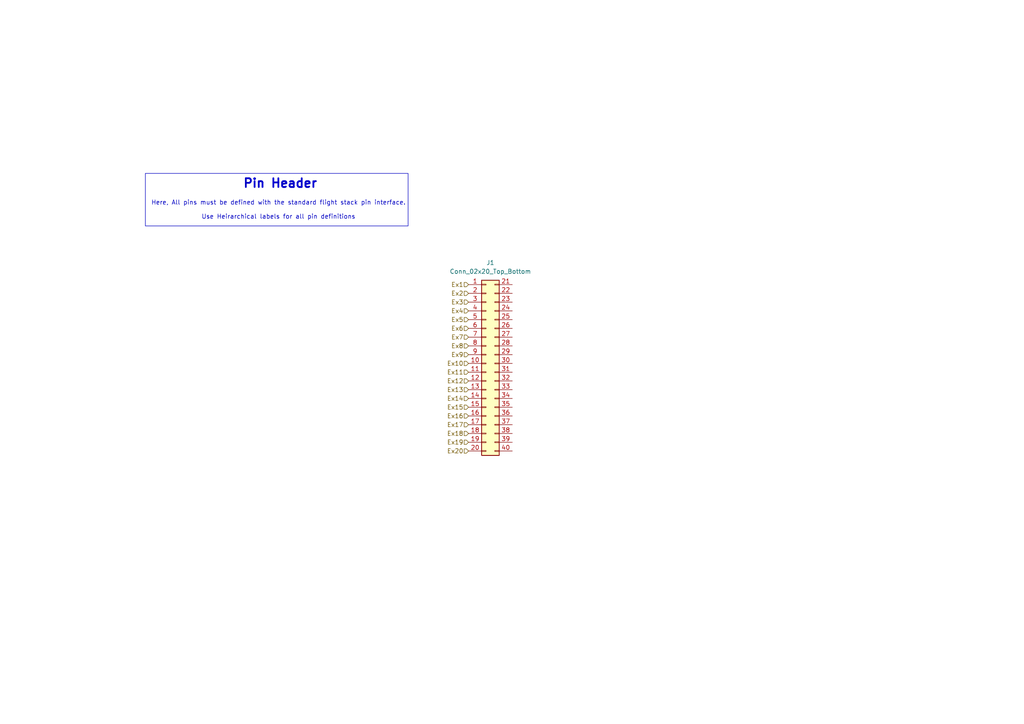
<source format=kicad_sch>
(kicad_sch (version 20231120) (generator "eeschema") (generator_version "8.0")
  (paper "A4")
  (lib_symbols
    (symbol "Connector_Generic:Conn_02x20_Top_Bottom" (pin_names (offset 1.016) hide)
      (property "Reference" "J" (at 1.27 25.4 0))
      (property "Value" "Conn_02x20_Top_Bottom" (at 1.27 -27.94 0))
      (symbol "Conn_02x20_Top_Bottom_1_1"
        (rectangle (start -1.27 -25.273) (end 0 -25.527) (stroke (width 0.1524)))
        (rectangle (start -1.27 -22.733) (end 0 -22.987) (stroke (width 0.1524)))
        (rectangle (start -1.27 -20.193) (end 0 -20.447) (stroke (width 0.1524)))
        (rectangle (start -1.27 -17.653) (end 0 -17.907) (stroke (width 0.1524)))
        (rectangle (start -1.27 -15.113) (end 0 -15.367) (stroke (width 0.1524)))
        (rectangle (start -1.27 -12.573) (end 0 -12.827) (stroke (width 0.1524)))
        (rectangle (start -1.27 -10.033) (end 0 -10.287) (stroke (width 0.1524)))
        (rectangle (start -1.27 -7.493) (end 0 -7.747) (stroke (width 0.1524)))
        (rectangle (start -1.27 -4.953) (end 0 -5.207) (stroke (width 0.1524)))
        (rectangle (start -1.27 -2.413) (end 0 -2.667) (stroke (width 0.1524)))
        (rectangle (start -1.27 0.127) (end 0 -0.127) (stroke (width 0.1524)))
        (rectangle (start -1.27 2.667) (end 0 2.413) (stroke (width 0.1524)))
        (rectangle (start -1.27 5.207) (end 0 4.953) (stroke (width 0.1524)))
        (rectangle (start -1.27 7.747) (end 0 7.493) (stroke (width 0.1524)))
        (rectangle (start -1.27 10.287) (end 0 10.033) (stroke (width 0.1524)))
        (rectangle (start -1.27 12.827) (end 0 12.573) (stroke (width 0.1524)))
        (rectangle (start -1.27 15.367) (end 0 15.113) (stroke (width 0.1524)))
        (rectangle (start -1.27 17.907) (end 0 17.653) (stroke (width 0.1524)))
        (rectangle (start -1.27 20.447) (end 0 20.193) (stroke (width 0.1524)))
        (rectangle (start -1.27 22.987) (end 0 22.733) (stroke (width 0.1524)))
        (rectangle (start -1.27 24.13) (end 3.81 -26.67) (stroke (width 0.254)) (fill (type background)))
        (rectangle (start 3.81 -25.273) (end 2.54 -25.527) (stroke (width 0.1524)))
        (rectangle (start 3.81 -22.733) (end 2.54 -22.987) (stroke (width 0.1524)))
        (rectangle (start 3.81 -20.193) (end 2.54 -20.447) (stroke (width 0.1524)))
        (rectangle (start 3.81 -17.653) (end 2.54 -17.907) (stroke (width 0.1524)))
        (rectangle (start 3.81 -15.113) (end 2.54 -15.367) (stroke (width 0.1524)))
        (rectangle (start 3.81 -12.573) (end 2.54 -12.827) (stroke (width 0.1524)))
        (rectangle (start 3.81 -10.033) (end 2.54 -10.287) (stroke (width 0.1524)))
        (rectangle (start 3.81 -7.493) (end 2.54 -7.747) (stroke (width 0.1524)))
        (rectangle (start 3.81 -4.953) (end 2.54 -5.207) (stroke (width 0.1524)))
        (rectangle (start 3.81 -2.413) (end 2.54 -2.667) (stroke (width 0.1524)))
        (rectangle (start 3.81 0.127) (end 2.54 -0.127) (stroke (width 0.1524)))
        (rectangle (start 3.81 2.667) (end 2.54 2.413) (stroke (width 0.1524)))
        (rectangle (start 3.81 5.207) (end 2.54 4.953) (stroke (width 0.1524)))
        (rectangle (start 3.81 7.747) (end 2.54 7.493) (stroke (width 0.1524)))
        (rectangle (start 3.81 10.287) (end 2.54 10.033) (stroke (width 0.1524)))
        (rectangle (start 3.81 12.827) (end 2.54 12.573) (stroke (width 0.1524)))
        (rectangle (start 3.81 15.367) (end 2.54 15.113) (stroke (width 0.1524)))
        (rectangle (start 3.81 17.907) (end 2.54 17.653) (stroke (width 0.1524)))
        (rectangle (start 3.81 20.447) (end 2.54 20.193) (stroke (width 0.1524)))
        (rectangle (start 3.81 22.987) (end 2.54 22.733) (stroke (width 0.1524)))
        (pin passive line (at -5.08 22.86 0) (length 3.81) (name "Pin_1") (number "1"))
        (pin passive line (at -5.08 0 0) (length 3.81) (name "Pin_10") (number "10"))
        (pin passive line (at -5.08 -2.54 0) (length 3.81) (name "Pin_11") (number "11"))
        (pin passive line (at -5.08 -5.08 0) (length 3.81) (name "Pin_12") (number "12"))
        (pin passive line (at -5.08 -7.62 0) (length 3.81) (name "Pin_13") (number "13"))
        (pin passive line (at -5.08 -10.16 0) (length 3.81) (name "Pin_14") (number "14"))
        (pin passive line (at -5.08 -12.7 0) (length 3.81) (name "Pin_15") (number "15"))
        (pin passive line (at -5.08 -15.24 0) (length 3.81) (name "Pin_16") (number "16"))
        (pin passive line (at -5.08 -17.78 0) (length 3.81) (name "Pin_17") (number "17"))
        (pin passive line (at -5.08 -20.32 0) (length 3.81) (name "Pin_18") (number "18"))
        (pin passive line (at -5.08 -22.86 0) (length 3.81) (name "Pin_19") (number "19"))
        (pin passive line (at -5.08 20.32 0) (length 3.81) (name "Pin_2") (number "2"))
        (pin passive line (at -5.08 -25.4 0) (length 3.81) (name "Pin_20") (number "20"))
        (pin passive line (at 7.62 22.86 180) (length 3.81) (name "Pin_21") (number "21"))
        (pin passive line (at 7.62 20.32 180) (length 3.81) (name "Pin_22") (number "22"))
        (pin passive line (at 7.62 17.78 180) (length 3.81) (name "Pin_23") (number "23"))
        (pin passive line (at 7.62 15.24 180) (length 3.81) (name "Pin_24") (number "24"))
        (pin passive line (at 7.62 12.7 180) (length 3.81) (name "Pin_25") (number "25"))
        (pin passive line (at 7.62 10.16 180) (length 3.81) (name "Pin_26") (number "26"))
        (pin passive line (at 7.62 7.62 180) (length 3.81) (name "Pin_27") (number "27"))
        (pin passive line (at 7.62 5.08 180) (length 3.81) (name "Pin_28") (number "28"))
        (pin passive line (at 7.62 2.54 180) (length 3.81) (name "Pin_29") (number "29"))
        (pin passive line (at -5.08 17.78 0) (length 3.81) (name "Pin_3") (number "3"))
        (pin passive line (at 7.62 0 180) (length 3.81) (name "Pin_30") (number "30"))
        (pin passive line (at 7.62 -2.54 180) (length 3.81) (name "Pin_31") (number "31"))
        (pin passive line (at 7.62 -5.08 180) (length 3.81) (name "Pin_32") (number "32"))
        (pin passive line (at 7.62 -7.62 180) (length 3.81) (name "Pin_33") (number "33"))
        (pin passive line (at 7.62 -10.16 180) (length 3.81) (name "Pin_34") (number "34"))
        (pin passive line (at 7.62 -12.7 180) (length 3.81) (name "Pin_35") (number "35"))
        (pin passive line (at 7.62 -15.24 180) (length 3.81) (name "Pin_36") (number "36"))
        (pin passive line (at 7.62 -17.78 180) (length 3.81) (name "Pin_37") (number "37"))
        (pin passive line (at 7.62 -20.32 180) (length 3.81) (name "Pin_38") (number "38"))
        (pin passive line (at 7.62 -22.86 180) (length 3.81) (name "Pin_39") (number "39"))
        (pin passive line (at -5.08 15.24 0) (length 3.81) (name "Pin_4") (number "4"))
        (pin passive line (at 7.62 -25.4 180) (length 3.81) (name "Pin_40") (number "40"))
        (pin passive line (at -5.08 12.7 0) (length 3.81) (name "Pin_5") (number "5"))
        (pin passive line (at -5.08 10.16 0) (length 3.81) (name "Pin_6") (number "6"))
        (pin passive line (at -5.08 7.62 0) (length 3.81) (name "Pin_7") (number "7"))
        (pin passive line (at -5.08 5.08 0) (length 3.81) (name "Pin_8") (number "8"))
        (pin passive line (at -5.08 2.54 0) (length 3.81) (name "Pin_9") (number "9"))
      )
    )
  )
  (rectangle (start 42.164 50.292) (end 118.364 65.532))
  (text "Here, All pins must be defined with the standard flight stack pin interface.\n\nUse Heirarchical labels for all pin definitions" (at 80.772 60.96 0) (effects (font (size 1.27 1.27))))
  (text "Pin Header" (at 81.28 53.34 0) (effects (font (size 2.54 2.54) (thickness 0.508) (bold yes))))
  (hierarchical_label "Ex7" (shape input) (at 135.89 97.79 180))
  (hierarchical_label "Ex4" (shape input) (at 135.89 90.17 180))
  (hierarchical_label "Ex10" (shape input) (at 135.89 105.41 180))
  (hierarchical_label "Ex8" (shape input) (at 135.89 100.33 180))
  (hierarchical_label "Ex17" (shape input) (at 135.89 123.19 180))
  (hierarchical_label "Ex20" (shape input) (at 135.89 130.81 180))
  (hierarchical_label "Ex6" (shape input) (at 135.89 95.25 180))
  (hierarchical_label "Ex16" (shape input) (at 135.89 120.65 180))
  (hierarchical_label "Ex11" (shape input) (at 135.89 107.95 180))
  (hierarchical_label "Ex14" (shape input) (at 135.89 115.57 180))
  (hierarchical_label "Ex9" (shape input) (at 135.89 102.87 180))
  (hierarchical_label "Ex1" (shape input) (at 135.89 82.55 180))
  (hierarchical_label "Ex2" (shape input) (at 135.89 85.09 180))
  (hierarchical_label "Ex15" (shape input) (at 135.89 118.11 180))
  (hierarchical_label "Ex12" (shape input) (at 135.89 110.49 180))
  (hierarchical_label "Ex19" (shape input) (at 135.89 128.27 180))
  (hierarchical_label "Ex3" (shape input) (at 135.89 87.63 180))
  (hierarchical_label "Ex13" (shape input) (at 135.89 113.03 180))
  (hierarchical_label "Ex18" (shape input) (at 135.89 125.73 180))
  (hierarchical_label "Ex5" (shape input) (at 135.89 92.71 180))
  (symbol (lib_id "Connector_Generic:Conn_02x20_Top_Bottom") (at 140.97 105.41 0) (unit 1)
    (property "Reference" "J1" (at 142.24 76.2 0))
    (property "Value" "Conn_02x20_Top_Bottom" (at 142.24 78.74 0))
    (property "Footprint" "Connector_PinSocket_2.54mm:PinSocket_2x20_P2.54mm_Vertical" (effects (hide yes)))
    (property "Description" "Generic connector, double row, 02x20, top/bottom pin numbering scheme (row 1: 1...pins_per_row, row2: pins_per_row+1 ... num_pins), script generated (kicad-library-utils/schlib/autogen/connector/)" (effects (hide yes)))
  )
)
</source>
